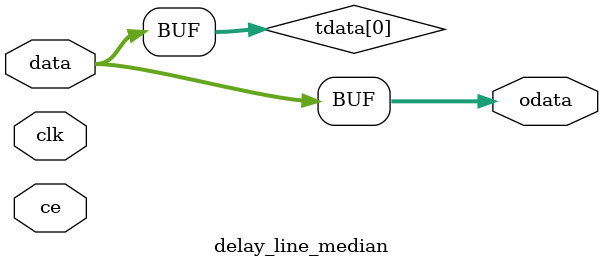
<source format=v>
`timescale 1ns / 1ps


module delay_line_median
#(
    parameter N = 4,
    parameter DELAY = 0
)
(
    input clk,
    input ce,
    input [N-1:0]data,
    output [N-1:0]odata
);

wire [N-1:0]tdata [DELAY:0];
assign tdata[0] = data;
genvar i; 
generate
    if(DELAY == 0)
    begin
        assign data = odata;
    end else
    begin
        for(i=0; i<DELAY; i=i+1)
            begin
            delay_block_median #(.N(N)) db
            (
            .clk(clk),
            .ce(ce),
            .d(tdata[i]),
            .q(tdata[i+1])
            );
            end
        assign odata = tdata[DELAY];
     end      
endgenerate
endmodule
</source>
